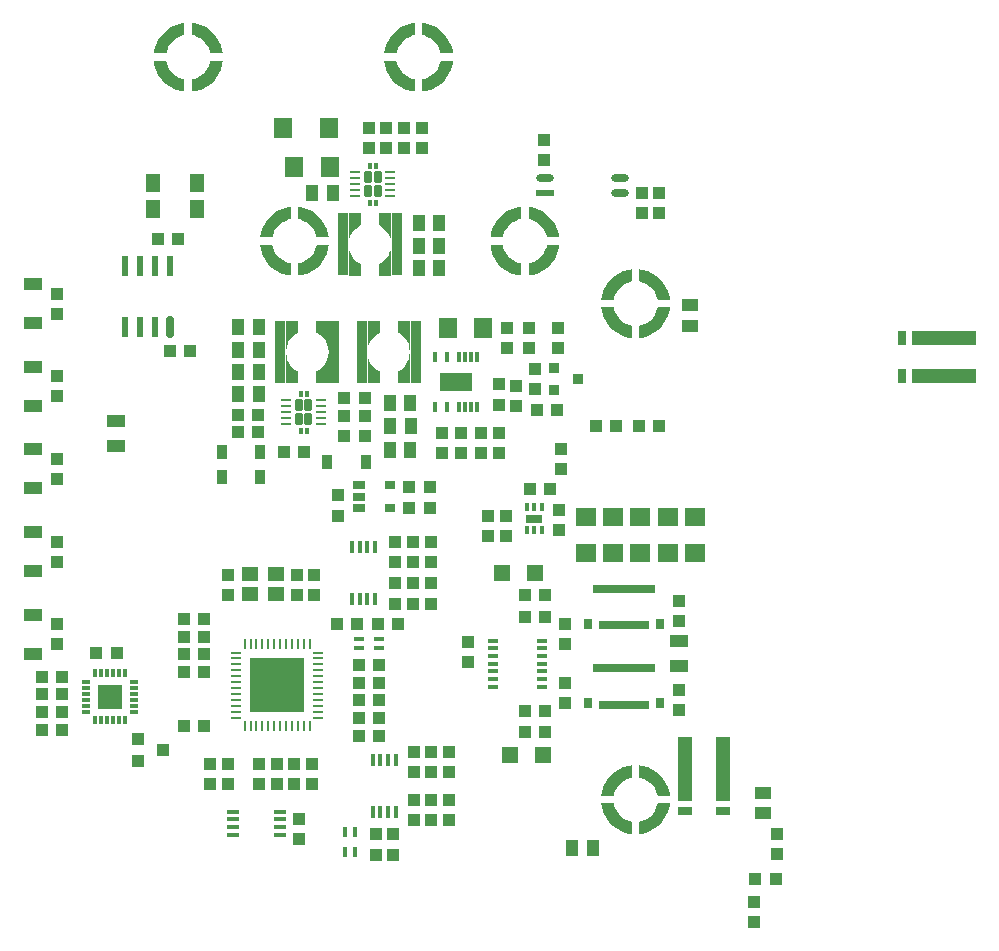
<source format=gbr>
%TF.GenerationSoftware,Altium Limited,Altium Designer,22.0.2 (36)*%
G04 Layer_Color=128*
%FSLAX45Y45*%
%MOMM*%
%TF.SameCoordinates,6C3A6253-EFF2-48E9-9C48-1F107FDFC152*%
%TF.FilePolarity,Positive*%
%TF.FileFunction,Paste,Bot*%
%TF.Part,Single*%
G01*
G75*
%TA.AperFunction,SMDPad,CuDef*%
G04:AMPARAMS|DCode=40|XSize=0.3mm|YSize=0.7mm|CornerRadius=0.045mm|HoleSize=0mm|Usage=FLASHONLY|Rotation=0.000|XOffset=0mm|YOffset=0mm|HoleType=Round|Shape=RoundedRectangle|*
%AMROUNDEDRECTD40*
21,1,0.30000,0.61000,0,0,0.0*
21,1,0.21000,0.70000,0,0,0.0*
1,1,0.09000,0.10500,-0.30500*
1,1,0.09000,-0.10500,-0.30500*
1,1,0.09000,-0.10500,0.30500*
1,1,0.09000,0.10500,0.30500*
%
%ADD40ROUNDEDRECTD40*%
%ADD41R,1.60000X1.10000*%
%ADD42R,0.95000X5.30000*%
%ADD43R,1.15000X1.55000*%
%ADD44R,0.40000X0.90000*%
G04:AMPARAMS|DCode=45|XSize=0.4mm|YSize=1.1mm|CornerRadius=0.1mm|HoleSize=0mm|Usage=FLASHONLY|Rotation=270.000|XOffset=0mm|YOffset=0mm|HoleType=Round|Shape=RoundedRectangle|*
%AMROUNDEDRECTD45*
21,1,0.40000,0.90000,0,0,270.0*
21,1,0.20000,1.10000,0,0,270.0*
1,1,0.20000,-0.45000,-0.10000*
1,1,0.20000,-0.45000,0.10000*
1,1,0.20000,0.45000,0.10000*
1,1,0.20000,0.45000,-0.10000*
%
%ADD45ROUNDEDRECTD45*%
%ADD46R,1.40000X1.40000*%
%ADD47R,0.90000X0.69000*%
%ADD48R,0.99000X0.69000*%
%ADD49R,0.95000X0.90000*%
%ADD50R,0.95000X0.90000*%
%ADD51R,1.00000X1.00000*%
%ADD52R,0.91000X1.22000*%
G04:AMPARAMS|DCode=53|XSize=0.6mm|YSize=1.8mm|CornerRadius=0.15mm|HoleSize=0mm|Usage=FLASHONLY|Rotation=0.000|XOffset=0mm|YOffset=0mm|HoleType=Round|Shape=RoundedRectangle|*
%AMROUNDEDRECTD53*
21,1,0.60000,1.50000,0,0,0.0*
21,1,0.30000,1.80000,0,0,0.0*
1,1,0.30000,0.15000,-0.75000*
1,1,0.30000,-0.15000,-0.75000*
1,1,0.30000,-0.15000,0.75000*
1,1,0.30000,0.15000,0.75000*
%
%ADD53ROUNDEDRECTD53*%
%ADD54R,0.60000X1.80000*%
%ADD55R,1.60000X1.70000*%
%ADD56R,1.50000X1.10000*%
G04:AMPARAMS|DCode=58|XSize=0.25mm|YSize=0.9mm|CornerRadius=0.0625mm|HoleSize=0mm|Usage=FLASHONLY|Rotation=270.000|XOffset=0mm|YOffset=0mm|HoleType=Round|Shape=RoundedRectangle|*
%AMROUNDEDRECTD58*
21,1,0.25000,0.77500,0,0,270.0*
21,1,0.12500,0.90000,0,0,270.0*
1,1,0.12500,-0.38750,-0.06250*
1,1,0.12500,-0.38750,0.06250*
1,1,0.12500,0.38750,0.06250*
1,1,0.12500,0.38750,-0.06250*
%
%ADD58ROUNDEDRECTD58*%
G04:AMPARAMS|DCode=59|XSize=0.25mm|YSize=0.9mm|CornerRadius=0.0625mm|HoleSize=0mm|Usage=FLASHONLY|Rotation=180.000|XOffset=0mm|YOffset=0mm|HoleType=Round|Shape=RoundedRectangle|*
%AMROUNDEDRECTD59*
21,1,0.25000,0.77500,0,0,180.0*
21,1,0.12500,0.90000,0,0,180.0*
1,1,0.12500,-0.06250,0.38750*
1,1,0.12500,0.06250,0.38750*
1,1,0.12500,0.06250,-0.38750*
1,1,0.12500,-0.06250,-0.38750*
%
%ADD59ROUNDEDRECTD59*%
%ADD61R,0.30000X0.75000*%
%ADD62R,0.75000X0.30000*%
G04:AMPARAMS|DCode=65|XSize=0.23mm|YSize=0.8mm|CornerRadius=0.046mm|HoleSize=0mm|Usage=FLASHONLY|Rotation=270.000|XOffset=0mm|YOffset=0mm|HoleType=Round|Shape=RoundedRectangle|*
%AMROUNDEDRECTD65*
21,1,0.23000,0.70800,0,0,270.0*
21,1,0.13800,0.80000,0,0,270.0*
1,1,0.09200,-0.35400,-0.06900*
1,1,0.09200,-0.35400,0.06900*
1,1,0.09200,0.35400,0.06900*
1,1,0.09200,0.35400,-0.06900*
%
%ADD65ROUNDEDRECTD65*%
%ADD66R,0.41000X1.02000*%
%ADD67R,2.80000X1.60000*%
%ADD68R,0.30000X0.90000*%
%ADD72R,1.52000X0.61000*%
%ADD73O,1.52000X0.61000*%
G04:AMPARAMS|DCode=74|XSize=0.8mm|YSize=0.4mm|CornerRadius=0.05mm|HoleSize=0mm|Usage=FLASHONLY|Rotation=0.000|XOffset=0mm|YOffset=0mm|HoleType=Round|Shape=RoundedRectangle|*
%AMROUNDEDRECTD74*
21,1,0.80000,0.30000,0,0,0.0*
21,1,0.70000,0.40000,0,0,0.0*
1,1,0.10000,0.35000,-0.15000*
1,1,0.10000,-0.35000,-0.15000*
1,1,0.10000,-0.35000,0.15000*
1,1,0.10000,0.35000,0.15000*
%
%ADD74ROUNDEDRECTD74*%
%ADD75R,1.80000X1.60000*%
%ADD76R,1.10000X1.40000*%
%ADD77R,1.10000X1.00000*%
%ADD78R,1.40000X1.20000*%
%ADD79R,1.30000X0.70000*%
%ADD80R,1.30000X5.40000*%
%ADD81R,1.00000X1.10000*%
%ADD82R,1.40000X1.10000*%
%ADD83R,0.70000X1.30000*%
%ADD84R,5.40000X1.30000*%
%ADD85R,1.60000X1.80000*%
%ADD86R,0.90000X0.40000*%
%TA.AperFunction,OtherPad,Pad U7-2 (31.15mm,65.525mm)*%
G04:AMPARAMS|DCode=164|XSize=1.05mm|YSize=0.68mm|CornerRadius=0.136mm|HoleSize=0mm|Usage=FLASHONLY|Rotation=90.000|XOffset=0mm|YOffset=0mm|HoleType=Round|Shape=RoundedRectangle|*
%AMROUNDEDRECTD164*
21,1,1.05000,0.40800,0,0,90.0*
21,1,0.77800,0.68000,0,0,90.0*
1,1,0.27200,0.20400,0.38900*
1,1,0.27200,0.20400,-0.38900*
1,1,0.27200,-0.20400,-0.38900*
1,1,0.27200,-0.20400,0.38900*
%
%ADD164ROUNDEDRECTD164*%
%TA.AperFunction,OtherPad,Pad U7-2 (31.15mm,66.675mm)*%
G04:AMPARAMS|DCode=165|XSize=1.05mm|YSize=0.68mm|CornerRadius=0.136mm|HoleSize=0mm|Usage=FLASHONLY|Rotation=270.000|XOffset=0mm|YOffset=0mm|HoleType=Round|Shape=RoundedRectangle|*
%AMROUNDEDRECTD165*
21,1,1.05000,0.40800,0,0,270.0*
21,1,0.77800,0.68000,0,0,270.0*
1,1,0.27200,-0.20400,-0.38900*
1,1,0.27200,-0.20400,0.38900*
1,1,0.27200,0.20400,0.38900*
1,1,0.27200,0.20400,-0.38900*
%
%ADD165ROUNDEDRECTD165*%
%TA.AperFunction,OtherPad,Pad U7-2 (30.35mm,66.675mm)*%
G04:AMPARAMS|DCode=166|XSize=1.05mm|YSize=0.68mm|CornerRadius=0.136mm|HoleSize=0mm|Usage=FLASHONLY|Rotation=270.000|XOffset=0mm|YOffset=0mm|HoleType=Round|Shape=RoundedRectangle|*
%AMROUNDEDRECTD166*
21,1,1.05000,0.40800,0,0,270.0*
21,1,0.77800,0.68000,0,0,270.0*
1,1,0.27200,-0.20400,-0.38900*
1,1,0.27200,-0.20400,0.38900*
1,1,0.27200,0.20400,0.38900*
1,1,0.27200,0.20400,-0.38900*
%
%ADD166ROUNDEDRECTD166*%
%TA.AperFunction,OtherPad,Pad U7-2 (30.35mm,65.525mm)*%
G04:AMPARAMS|DCode=167|XSize=1.05mm|YSize=0.68mm|CornerRadius=0.136mm|HoleSize=0mm|Usage=FLASHONLY|Rotation=90.000|XOffset=0mm|YOffset=0mm|HoleType=Round|Shape=RoundedRectangle|*
%AMROUNDEDRECTD167*
21,1,1.05000,0.40800,0,0,90.0*
21,1,0.77800,0.68000,0,0,90.0*
1,1,0.27200,0.20400,0.38900*
1,1,0.27200,0.20400,-0.38900*
1,1,0.27200,-0.20400,-0.38900*
1,1,0.27200,-0.20400,0.38900*
%
%ADD167ROUNDEDRECTD167*%
%TA.AperFunction,OtherPad,Pad U7-3 (31mm,64.55mm)*%
G04:AMPARAMS|DCode=168|XSize=0.5mm|YSize=0.26mm|CornerRadius=0.013mm|HoleSize=0mm|Usage=FLASHONLY|Rotation=90.000|XOffset=0mm|YOffset=0mm|HoleType=Round|Shape=RoundedRectangle|*
%AMROUNDEDRECTD168*
21,1,0.50000,0.23400,0,0,90.0*
21,1,0.47400,0.26000,0,0,90.0*
1,1,0.02600,0.11700,0.23700*
1,1,0.02600,0.11700,-0.23700*
1,1,0.02600,-0.11700,-0.23700*
1,1,0.02600,-0.11700,0.23700*
%
%ADD168ROUNDEDRECTD168*%
%TA.AperFunction,OtherPad,Pad U7-4 (30.5mm,64.55mm)*%
G04:AMPARAMS|DCode=169|XSize=0.5mm|YSize=0.26mm|CornerRadius=0.013mm|HoleSize=0mm|Usage=FLASHONLY|Rotation=90.000|XOffset=0mm|YOffset=0mm|HoleType=Round|Shape=RoundedRectangle|*
%AMROUNDEDRECTD169*
21,1,0.50000,0.23400,0,0,90.0*
21,1,0.47400,0.26000,0,0,90.0*
1,1,0.02600,0.11700,0.23700*
1,1,0.02600,0.11700,-0.23700*
1,1,0.02600,-0.11700,-0.23700*
1,1,0.02600,-0.11700,0.23700*
%
%ADD169ROUNDEDRECTD169*%
%TA.AperFunction,OtherPad,Pad U7-4 (30.5mm,67.65mm)*%
G04:AMPARAMS|DCode=170|XSize=0.5mm|YSize=0.26mm|CornerRadius=0.013mm|HoleSize=0mm|Usage=FLASHONLY|Rotation=270.000|XOffset=0mm|YOffset=0mm|HoleType=Round|Shape=RoundedRectangle|*
%AMROUNDEDRECTD170*
21,1,0.50000,0.23400,0,0,270.0*
21,1,0.47400,0.26000,0,0,270.0*
1,1,0.02600,-0.11700,-0.23700*
1,1,0.02600,-0.11700,0.23700*
1,1,0.02600,0.11700,0.23700*
1,1,0.02600,0.11700,-0.23700*
%
%ADD170ROUNDEDRECTD170*%
%TA.AperFunction,OtherPad,Pad U7-3 (31mm,67.65mm)*%
G04:AMPARAMS|DCode=171|XSize=0.5mm|YSize=0.26mm|CornerRadius=0.013mm|HoleSize=0mm|Usage=FLASHONLY|Rotation=270.000|XOffset=0mm|YOffset=0mm|HoleType=Round|Shape=RoundedRectangle|*
%AMROUNDEDRECTD171*
21,1,0.50000,0.23400,0,0,270.0*
21,1,0.47400,0.26000,0,0,270.0*
1,1,0.02600,-0.11700,-0.23700*
1,1,0.02600,-0.11700,0.23700*
1,1,0.02600,0.11700,0.23700*
1,1,0.02600,0.11700,-0.23700*
%
%ADD171ROUNDEDRECTD171*%
%TA.AperFunction,OtherPad,Pad U9-2 (24.5mm,47.375mm)*%
G04:AMPARAMS|DCode=172|XSize=1.05mm|YSize=0.68mm|CornerRadius=0.136mm|HoleSize=0mm|Usage=FLASHONLY|Rotation=270.000|XOffset=0mm|YOffset=0mm|HoleType=Round|Shape=RoundedRectangle|*
%AMROUNDEDRECTD172*
21,1,1.05000,0.40800,0,0,270.0*
21,1,0.77800,0.68000,0,0,270.0*
1,1,0.27200,-0.20400,-0.38900*
1,1,0.27200,-0.20400,0.38900*
1,1,0.27200,0.20400,0.38900*
1,1,0.27200,0.20400,-0.38900*
%
%ADD172ROUNDEDRECTD172*%
%TA.AperFunction,OtherPad,Pad U9-2 (24.5mm,46.225mm)*%
G04:AMPARAMS|DCode=173|XSize=1.05mm|YSize=0.68mm|CornerRadius=0.136mm|HoleSize=0mm|Usage=FLASHONLY|Rotation=90.000|XOffset=0mm|YOffset=0mm|HoleType=Round|Shape=RoundedRectangle|*
%AMROUNDEDRECTD173*
21,1,1.05000,0.40800,0,0,90.0*
21,1,0.77800,0.68000,0,0,90.0*
1,1,0.27200,0.20400,0.38900*
1,1,0.27200,0.20400,-0.38900*
1,1,0.27200,-0.20400,-0.38900*
1,1,0.27200,-0.20400,0.38900*
%
%ADD173ROUNDEDRECTD173*%
%TA.AperFunction,OtherPad,Pad U9-2 (25.3mm,46.225mm)*%
G04:AMPARAMS|DCode=174|XSize=1.05mm|YSize=0.68mm|CornerRadius=0.136mm|HoleSize=0mm|Usage=FLASHONLY|Rotation=90.000|XOffset=0mm|YOffset=0mm|HoleType=Round|Shape=RoundedRectangle|*
%AMROUNDEDRECTD174*
21,1,1.05000,0.40800,0,0,90.0*
21,1,0.77800,0.68000,0,0,90.0*
1,1,0.27200,0.20400,0.38900*
1,1,0.27200,0.20400,-0.38900*
1,1,0.27200,-0.20400,-0.38900*
1,1,0.27200,-0.20400,0.38900*
%
%ADD174ROUNDEDRECTD174*%
%TA.AperFunction,OtherPad,Pad U9-2 (25.3mm,47.375mm)*%
G04:AMPARAMS|DCode=175|XSize=1.05mm|YSize=0.68mm|CornerRadius=0.136mm|HoleSize=0mm|Usage=FLASHONLY|Rotation=270.000|XOffset=0mm|YOffset=0mm|HoleType=Round|Shape=RoundedRectangle|*
%AMROUNDEDRECTD175*
21,1,1.05000,0.40800,0,0,270.0*
21,1,0.77800,0.68000,0,0,270.0*
1,1,0.27200,-0.20400,-0.38900*
1,1,0.27200,-0.20400,0.38900*
1,1,0.27200,0.20400,0.38900*
1,1,0.27200,0.20400,-0.38900*
%
%ADD175ROUNDEDRECTD175*%
%TA.AperFunction,OtherPad,Pad U9-3 (24.65mm,48.35mm)*%
G04:AMPARAMS|DCode=176|XSize=0.5mm|YSize=0.26mm|CornerRadius=0.013mm|HoleSize=0mm|Usage=FLASHONLY|Rotation=270.000|XOffset=0mm|YOffset=0mm|HoleType=Round|Shape=RoundedRectangle|*
%AMROUNDEDRECTD176*
21,1,0.50000,0.23400,0,0,270.0*
21,1,0.47400,0.26000,0,0,270.0*
1,1,0.02600,-0.11700,-0.23700*
1,1,0.02600,-0.11700,0.23700*
1,1,0.02600,0.11700,0.23700*
1,1,0.02600,0.11700,-0.23700*
%
%ADD176ROUNDEDRECTD176*%
%TA.AperFunction,OtherPad,Pad U9-4 (25.15mm,48.35mm)*%
G04:AMPARAMS|DCode=177|XSize=0.5mm|YSize=0.26mm|CornerRadius=0.013mm|HoleSize=0mm|Usage=FLASHONLY|Rotation=270.000|XOffset=0mm|YOffset=0mm|HoleType=Round|Shape=RoundedRectangle|*
%AMROUNDEDRECTD177*
21,1,0.50000,0.23400,0,0,270.0*
21,1,0.47400,0.26000,0,0,270.0*
1,1,0.02600,-0.11700,-0.23700*
1,1,0.02600,-0.11700,0.23700*
1,1,0.02600,0.11700,0.23700*
1,1,0.02600,0.11700,-0.23700*
%
%ADD177ROUNDEDRECTD177*%
%TA.AperFunction,OtherPad,Pad U9-4 (25.15mm,45.25mm)*%
G04:AMPARAMS|DCode=178|XSize=0.5mm|YSize=0.26mm|CornerRadius=0.013mm|HoleSize=0mm|Usage=FLASHONLY|Rotation=90.000|XOffset=0mm|YOffset=0mm|HoleType=Round|Shape=RoundedRectangle|*
%AMROUNDEDRECTD178*
21,1,0.50000,0.23400,0,0,90.0*
21,1,0.47400,0.26000,0,0,90.0*
1,1,0.02600,0.11700,0.23700*
1,1,0.02600,0.11700,-0.23700*
1,1,0.02600,-0.11700,-0.23700*
1,1,0.02600,-0.11700,0.23700*
%
%ADD178ROUNDEDRECTD178*%
%TA.AperFunction,OtherPad,Pad U9-3 (24.65mm,45.25mm)*%
G04:AMPARAMS|DCode=179|XSize=0.5mm|YSize=0.26mm|CornerRadius=0.013mm|HoleSize=0mm|Usage=FLASHONLY|Rotation=90.000|XOffset=0mm|YOffset=0mm|HoleType=Round|Shape=RoundedRectangle|*
%AMROUNDEDRECTD179*
21,1,0.50000,0.23400,0,0,90.0*
21,1,0.47400,0.26000,0,0,90.0*
1,1,0.02600,0.11700,0.23700*
1,1,0.02600,0.11700,-0.23700*
1,1,0.02600,-0.11700,-0.23700*
1,1,0.02600,-0.11700,0.23700*
%
%ADD179ROUNDEDRECTD179*%
%TA.AperFunction,NonConductor*%
%ADD180R,2.00000X2.00000*%
%TA.AperFunction,SMDPad,CuDef*%
G04:AMPARAMS|DCode=181|XSize=1.4mm|YSize=0.69mm|CornerRadius=0mm|HoleSize=0mm|Usage=FLASHONLY|Rotation=0.000|XOffset=0mm|YOffset=0mm|HoleType=Round|Shape=RoundedRectangle|*
%AMROUNDEDRECTD181*
21,1,1.40000,0.69000,0,0,0.0*
21,1,1.40000,0.69000,0,0,0.0*
1,1,0.00000,0.70000,-0.34500*
1,1,0.00000,-0.70000,-0.34500*
1,1,0.00000,-0.70000,0.34500*
1,1,0.00000,0.70000,0.34500*
%
%ADD181ROUNDEDRECTD181*%
%ADD182R,4.60000X4.60000*%
%ADD183R,5.30000X0.65000*%
%ADD184R,4.20000X0.65000*%
%ADD185R,0.65000X0.95000*%
G36*
X3519529Y7973450D02*
X3566917Y7959824D01*
X3611350Y7938444D01*
X3651570Y7909917D01*
X3686436Y7875051D01*
X3714963Y7834831D01*
X3736343Y7790398D01*
X3749969Y7743010D01*
X3752713Y7718509D01*
X3649721D01*
Y7718543D01*
X3646679Y7732786D01*
X3637373Y7760367D01*
X3623963Y7786202D01*
X3606763Y7809686D01*
X3586179Y7830267D01*
X3562692Y7847462D01*
X3536854Y7860867D01*
X3509272Y7870169D01*
X3495028Y7873209D01*
Y7976194D01*
X3519529Y7973450D01*
D02*
G37*
G36*
X3430028Y7873202D02*
X3429994D01*
X3415750Y7870160D01*
X3388170Y7860854D01*
X3362334Y7847444D01*
X3338850Y7830244D01*
X3318269Y7809660D01*
X3301074Y7786173D01*
X3287669Y7760335D01*
X3278368Y7732753D01*
X3275328Y7718509D01*
X3172342D01*
X3175086Y7743010D01*
X3188713Y7790398D01*
X3210092Y7834831D01*
X3238619Y7875051D01*
X3273486Y7909917D01*
X3313705Y7938444D01*
X3358138Y7959824D01*
X3405526Y7973450D01*
X3430027Y7976194D01*
X3430028Y7873202D01*
D02*
G37*
G36*
X1569529Y7973450D02*
X1616917Y7959823D01*
X1661350Y7938444D01*
X1701569Y7909917D01*
X1736436Y7875050D01*
X1764963Y7834831D01*
X1786342Y7790398D01*
X1799969Y7743010D01*
X1802713Y7718509D01*
X1699721D01*
Y7718542D01*
X1696679Y7732786D01*
X1687373Y7760366D01*
X1673962Y7786202D01*
X1656763Y7809686D01*
X1636178Y7830267D01*
X1612691Y7847462D01*
X1586854Y7860867D01*
X1559271Y7870168D01*
X1545028Y7873208D01*
Y7976194D01*
X1569529Y7973450D01*
D02*
G37*
G36*
X1480028Y7873202D02*
X1479993D01*
X1465750Y7870160D01*
X1438169Y7860853D01*
X1412334Y7847443D01*
X1388850Y7830244D01*
X1368269Y7809659D01*
X1351074Y7786172D01*
X1337669Y7760335D01*
X1328367Y7732752D01*
X1325328Y7718509D01*
X1222342D01*
X1225086Y7743010D01*
X1238713Y7790398D01*
X1260092Y7834831D01*
X1288619Y7875050D01*
X1323486Y7909917D01*
X1363705Y7938444D01*
X1408138Y7959823D01*
X1455526Y7973450D01*
X1480027Y7976194D01*
X1480028Y7873202D01*
D02*
G37*
G36*
X3752713Y7653508D02*
X3749969Y7629007D01*
X3736343Y7581619D01*
X3714963Y7537186D01*
X3686436Y7496967D01*
X3651570Y7462100D01*
X3611350Y7433573D01*
X3566917Y7412194D01*
X3519529Y7398567D01*
X3495028Y7395823D01*
Y7498815D01*
X3495062D01*
Y7498815D01*
X3509305Y7501857D01*
X3536886Y7511164D01*
X3562721Y7524574D01*
X3586205Y7541773D01*
X3606786Y7562358D01*
X3623981Y7585845D01*
X3637386Y7611682D01*
X3646688Y7639265D01*
X3649728Y7653509D01*
X3752713D01*
Y7653508D01*
D02*
G37*
G36*
X1802713Y7653508D02*
X1799969Y7629007D01*
X1786342Y7581619D01*
X1764963Y7537186D01*
X1736436Y7496966D01*
X1701569Y7462100D01*
X1661350Y7433573D01*
X1616917Y7412193D01*
X1569529Y7398567D01*
X1545028Y7395823D01*
Y7498815D01*
X1545061D01*
Y7498815D01*
X1559305Y7501857D01*
X1586886Y7511163D01*
X1612721Y7524573D01*
X1636205Y7541773D01*
X1656786Y7562357D01*
X1673981Y7585844D01*
X1687386Y7611682D01*
X1696687Y7639264D01*
X1699727Y7653508D01*
X1802713D01*
Y7653508D01*
D02*
G37*
G36*
X3275334Y7653475D02*
X3275334Y7653475D01*
X3278376Y7639231D01*
X3287683Y7611651D01*
X3301093Y7585815D01*
X3318292Y7562331D01*
X3338877Y7541750D01*
X3362364Y7524555D01*
X3388201Y7511150D01*
X3415784Y7501849D01*
X3430028Y7498809D01*
Y7395823D01*
X3430027Y7395823D01*
X3405526Y7398567D01*
X3358138Y7412194D01*
X3313705Y7433573D01*
X3273486Y7462100D01*
X3238619Y7496967D01*
X3210092Y7537186D01*
X3188713Y7581619D01*
X3175086Y7629007D01*
X3172342Y7653508D01*
X3275334Y7653509D01*
Y7653475D01*
D02*
G37*
G36*
X1325334Y7653475D02*
X1325334Y7653474D01*
X1328376Y7639231D01*
X1337682Y7611650D01*
X1351093Y7585815D01*
X1368292Y7562331D01*
X1388877Y7541750D01*
X1412363Y7524555D01*
X1438201Y7511150D01*
X1465783Y7501848D01*
X1480028Y7498809D01*
Y7395823D01*
X1480027Y7395823D01*
X1455526Y7398567D01*
X1408138Y7412193D01*
X1363705Y7433573D01*
X1323486Y7462100D01*
X1288619Y7496966D01*
X1260092Y7537186D01*
X1238713Y7581619D01*
X1225086Y7629007D01*
X1222342Y7653508D01*
X1325334Y7653508D01*
Y7653475D01*
D02*
G37*
G36*
X4418969Y6415574D02*
X4466357Y6401948D01*
X4510790Y6380568D01*
X4551009Y6352041D01*
X4585876Y6317175D01*
X4614403Y6276956D01*
X4635782Y6232523D01*
X4649409Y6185134D01*
X4652153Y6160633D01*
X4549161D01*
Y6160667D01*
X4546119Y6174910D01*
X4536812Y6202491D01*
X4523402Y6228326D01*
X4506203Y6251810D01*
X4485618Y6272391D01*
X4462131Y6289586D01*
X4436294Y6302991D01*
X4408711Y6312293D01*
X4394467Y6315333D01*
Y6418319D01*
X4418969Y6415574D01*
D02*
G37*
G36*
X4329467Y6315327D02*
X4329433D01*
X4315190Y6312285D01*
X4287609Y6302978D01*
X4261774Y6289568D01*
X4238290Y6272368D01*
X4217709Y6251784D01*
X4200514Y6228297D01*
X4187109Y6202459D01*
X4177807Y6174877D01*
X4174768Y6160633D01*
X4071782D01*
X4074526Y6185134D01*
X4088152Y6232523D01*
X4109532Y6276956D01*
X4138059Y6317175D01*
X4172925Y6352041D01*
X4213144Y6380568D01*
X4257577Y6401948D01*
X4304966Y6415574D01*
X4329467Y6418319D01*
X4329467Y6315327D01*
D02*
G37*
G36*
X2468968Y6415574D02*
X2516357Y6401948D01*
X2560790Y6380568D01*
X2601009Y6352041D01*
X2635876Y6317175D01*
X2664402Y6276956D01*
X2685782Y6232523D01*
X2699409Y6185134D01*
X2702153Y6160633D01*
X2599161D01*
Y6160667D01*
X2596119Y6174910D01*
X2586812Y6202491D01*
X2573402Y6228326D01*
X2556203Y6251810D01*
X2535618Y6272391D01*
X2512131Y6289586D01*
X2486293Y6302991D01*
X2458711Y6312293D01*
X2444467Y6315333D01*
Y6418319D01*
X2468968Y6415574D01*
D02*
G37*
G36*
X2379467Y6315327D02*
X2379433D01*
X2365190Y6312285D01*
X2337609Y6302978D01*
X2311774Y6289568D01*
X2288290Y6272368D01*
X2267709Y6251784D01*
X2250514Y6228297D01*
X2237109Y6202459D01*
X2227807Y6174877D01*
X2224767Y6160633D01*
X2121781D01*
X2124526Y6185134D01*
X2138152Y6232523D01*
X2159532Y6276956D01*
X2188059Y6317175D01*
X2222925Y6352041D01*
X2263144Y6380568D01*
X2307577Y6401948D01*
X2354966Y6415574D01*
X2379467Y6418319D01*
X2379467Y6315327D01*
D02*
G37*
G36*
X3230000Y6100000D02*
X3225000Y6145000D01*
X3220000Y6165000D01*
X3205000Y6195000D01*
X3195000Y6210000D01*
X3170000Y6235000D01*
X3150000Y6250000D01*
X3125000Y6265000D01*
Y6365000D01*
X3230000D01*
Y6100000D01*
D02*
G37*
G36*
X2975000Y6265000D02*
X2950000Y6250000D01*
X2930000Y6235000D01*
X2915000Y6220000D01*
X2900000Y6200000D01*
X2885000Y6170000D01*
X2880000Y6160000D01*
X2875000Y6140000D01*
X2870000Y6100000D01*
Y6365000D01*
X2975000D01*
Y6265000D01*
D02*
G37*
G36*
X4652153Y6095633D02*
X4649409Y6071132D01*
X4635782Y6023743D01*
X4614403Y5979310D01*
X4585876Y5939091D01*
X4551009Y5904224D01*
X4510790Y5875698D01*
X4466357Y5854318D01*
X4418969Y5840691D01*
X4394467Y5837947D01*
Y5940939D01*
X4394501D01*
Y5940939D01*
X4408745Y5943981D01*
X4436325Y5953288D01*
X4462161Y5966698D01*
X4485645Y5983897D01*
X4506225Y6004482D01*
X4523420Y6027969D01*
X4536826Y6053807D01*
X4546127Y6081389D01*
X4549167Y6095633D01*
X4652153D01*
Y6095633D01*
D02*
G37*
G36*
X2702153D02*
X2699409Y6071132D01*
X2685782Y6023743D01*
X2664402Y5979310D01*
X2635876Y5939091D01*
X2601009Y5904224D01*
X2560790Y5875698D01*
X2516357Y5854318D01*
X2468968Y5840691D01*
X2444467Y5837947D01*
Y5940939D01*
X2444501D01*
Y5940939D01*
X2458745Y5943981D01*
X2486325Y5953288D01*
X2512161Y5966698D01*
X2535644Y5983897D01*
X2556225Y6004482D01*
X2573420Y6027969D01*
X2586826Y6053807D01*
X2596127Y6081389D01*
X2599167Y6095633D01*
X2702153D01*
Y6095633D01*
D02*
G37*
G36*
X4174774Y6095599D02*
X4174773Y6095599D01*
X4177816Y6081355D01*
X4187122Y6053775D01*
X4200532Y6027939D01*
X4217732Y6004456D01*
X4238316Y5983875D01*
X4261803Y5966680D01*
X4287641Y5953274D01*
X4315223Y5943973D01*
X4329467Y5940933D01*
Y5837947D01*
X4329467Y5837947D01*
X4304966Y5840691D01*
X4257577Y5854318D01*
X4213144Y5875698D01*
X4172925Y5904224D01*
X4138059Y5939091D01*
X4109532Y5979310D01*
X4088152Y6023743D01*
X4074526Y6071132D01*
X4071782Y6095633D01*
X4174774Y6095633D01*
Y6095599D01*
D02*
G37*
G36*
X2224774D02*
X2224773Y6095599D01*
X2227815Y6081355D01*
X2237122Y6053775D01*
X2250532Y6027939D01*
X2267732Y6004456D01*
X2288316Y5983875D01*
X2311803Y5966680D01*
X2337641Y5953274D01*
X2365223Y5943973D01*
X2379467Y5940933D01*
Y5837947D01*
X2379467Y5837947D01*
X2354966Y5840691D01*
X2307577Y5854318D01*
X2263144Y5875698D01*
X2222925Y5904224D01*
X2188059Y5939091D01*
X2159532Y5979310D01*
X2138152Y6023743D01*
X2124526Y6071132D01*
X2121781Y6095633D01*
X2224774Y6095633D01*
Y6095599D01*
D02*
G37*
G36*
X3230000Y5835000D02*
X3125000D01*
Y5935000D01*
X3145000Y5945000D01*
X3160000Y5955000D01*
X3195000Y5990000D01*
X3210000Y6015000D01*
X3215000Y6025000D01*
X3225000Y6055000D01*
X3230000Y6100000D01*
Y5835000D01*
D02*
G37*
G36*
X2875000Y6055000D02*
X2880000Y6035000D01*
X2895000Y6005000D01*
X2910000Y5985000D01*
X2940000Y5955000D01*
X2965000Y5940000D01*
X2975000Y5935000D01*
Y5835000D01*
X2870000D01*
Y6100000D01*
X2875000Y6055000D01*
D02*
G37*
G36*
X5357001Y5887442D02*
X5404390Y5873815D01*
X5448823Y5852435D01*
X5489042Y5823909D01*
X5523909Y5789042D01*
X5552435Y5748823D01*
X5573815Y5704390D01*
X5587442Y5657001D01*
X5590186Y5632500D01*
X5487194D01*
Y5632534D01*
X5484152Y5646778D01*
X5474845Y5674358D01*
X5461435Y5700194D01*
X5444236Y5723677D01*
X5423651Y5744258D01*
X5400164Y5761453D01*
X5374327Y5774859D01*
X5346744Y5784160D01*
X5332500Y5787200D01*
Y5890186D01*
X5357001Y5887442D01*
D02*
G37*
G36*
X5267500Y5787194D02*
X5267466D01*
X5253223Y5784152D01*
X5225642Y5774845D01*
X5199807Y5761435D01*
X5176323Y5744236D01*
X5155742Y5723651D01*
X5138547Y5700164D01*
X5125142Y5674326D01*
X5115840Y5646744D01*
X5112801Y5632500D01*
X5009814D01*
X5012559Y5657001D01*
X5026185Y5704390D01*
X5047565Y5748823D01*
X5076092Y5789042D01*
X5110958Y5823909D01*
X5151177Y5852435D01*
X5195610Y5873815D01*
X5242999Y5887442D01*
X5267500Y5890186D01*
X5267500Y5787194D01*
D02*
G37*
G36*
X5590186Y5567500D02*
X5587442Y5542999D01*
X5573815Y5495610D01*
X5552435Y5451177D01*
X5523909Y5410958D01*
X5489042Y5376092D01*
X5448823Y5347565D01*
X5404390Y5326185D01*
X5357001Y5312559D01*
X5332500Y5309814D01*
Y5412807D01*
X5332534D01*
Y5412806D01*
X5346778Y5415848D01*
X5374358Y5425155D01*
X5400194Y5438565D01*
X5423677Y5455765D01*
X5444258Y5476349D01*
X5461453Y5499836D01*
X5474859Y5525674D01*
X5484160Y5553256D01*
X5487200Y5567500D01*
X5590186D01*
Y5567500D01*
D02*
G37*
G36*
X5112807Y5567466D02*
X5112806Y5567466D01*
X5115849Y5553223D01*
X5125155Y5525642D01*
X5138565Y5499807D01*
X5155765Y5476323D01*
X5176349Y5455742D01*
X5199836Y5438547D01*
X5225674Y5425142D01*
X5253256Y5415840D01*
X5267500Y5412800D01*
Y5309815D01*
X5267500Y5309814D01*
X5242999Y5312559D01*
X5195610Y5326185D01*
X5151177Y5347565D01*
X5110958Y5376092D01*
X5076092Y5410958D01*
X5047565Y5451177D01*
X5026185Y5495610D01*
X5012559Y5542999D01*
X5009814Y5567500D01*
X5112807Y5567500D01*
Y5567466D01*
D02*
G37*
G36*
X3390001Y5190000D02*
X3385001Y5235000D01*
X3380001Y5255000D01*
X3365001Y5285000D01*
X3350001Y5305000D01*
X3320001Y5335000D01*
X3295001Y5350000D01*
X3285001Y5355000D01*
Y5455000D01*
X3390001D01*
Y5190000D01*
D02*
G37*
G36*
X3135001Y5355000D02*
X3115001Y5345000D01*
X3100001Y5335000D01*
X3065001Y5300000D01*
X3050001Y5275000D01*
X3045001Y5265000D01*
X3035001Y5235000D01*
X3030001Y5190000D01*
Y5455000D01*
X3135001D01*
Y5355000D01*
D02*
G37*
G36*
X2700000Y5190000D02*
X2695000Y5235000D01*
X2690000Y5255000D01*
X2675000Y5285000D01*
X2660001Y5305000D01*
X2630001Y5335000D01*
X2605001Y5350000D01*
X2595001Y5355000D01*
Y5455000D01*
X2700000D01*
Y5190000D01*
D02*
G37*
G36*
X2445000Y5355000D02*
X2425000Y5345000D01*
X2410001Y5335000D01*
X2375001Y5300000D01*
X2360001Y5275000D01*
X2355001Y5265000D01*
X2345001Y5235000D01*
X2340001Y5190000D01*
Y5455000D01*
X2445000D01*
Y5355000D01*
D02*
G37*
G36*
X3390001Y4925000D02*
X3285001D01*
Y5025000D01*
X3310001Y5040000D01*
X3330001Y5055000D01*
X3345001Y5070000D01*
X3360001Y5090000D01*
X3375001Y5120000D01*
X3380001Y5130000D01*
X3385001Y5150000D01*
X3390001Y5190000D01*
Y4925000D01*
D02*
G37*
G36*
X3035001Y5145000D02*
X3040001Y5125000D01*
X3055001Y5095000D01*
X3065001Y5080000D01*
X3090001Y5055000D01*
X3110001Y5040000D01*
X3135001Y5025000D01*
Y4925000D01*
X3030001D01*
Y5190000D01*
X3035001Y5145000D01*
D02*
G37*
G36*
X2700000Y4925000D02*
X2595001D01*
Y5025000D01*
X2620001Y5040000D01*
X2640001Y5055000D01*
X2655001Y5070000D01*
X2670001Y5090000D01*
X2685000Y5120000D01*
X2690000Y5130000D01*
X2695000Y5150000D01*
X2700000Y5190000D01*
Y4925000D01*
D02*
G37*
G36*
X2345001Y5145000D02*
X2350001Y5125000D01*
X2365001Y5095000D01*
X2375001Y5080000D01*
X2400001Y5055000D01*
X2420000Y5040000D01*
X2445000Y5025000D01*
Y4925000D01*
X2340001D01*
Y5190000D01*
X2345001Y5145000D01*
D02*
G37*
G36*
X5357001Y1687441D02*
X5404390Y1673815D01*
X5448823Y1652435D01*
X5489042Y1623908D01*
X5523909Y1589042D01*
X5552435Y1548823D01*
X5573815Y1504390D01*
X5587442Y1457001D01*
X5590186Y1432500D01*
X5487194D01*
Y1432534D01*
X5484152Y1446777D01*
X5474845Y1474358D01*
X5461435Y1500193D01*
X5444236Y1523677D01*
X5423651Y1544258D01*
X5400164Y1561453D01*
X5374327Y1574858D01*
X5346744Y1584160D01*
X5332500Y1587200D01*
Y1690186D01*
X5357001Y1687441D01*
D02*
G37*
G36*
X5267500Y1587194D02*
X5267466D01*
X5253223Y1584152D01*
X5225642Y1574845D01*
X5199807Y1561435D01*
X5176323Y1544235D01*
X5155742Y1523651D01*
X5138547Y1500164D01*
X5125142Y1474326D01*
X5115840Y1446744D01*
X5112801Y1432500D01*
X5009814D01*
X5012559Y1457001D01*
X5026185Y1504390D01*
X5047565Y1548823D01*
X5076092Y1589042D01*
X5110958Y1623908D01*
X5151177Y1652435D01*
X5195610Y1673815D01*
X5242999Y1687441D01*
X5267500Y1690186D01*
X5267500Y1587194D01*
D02*
G37*
G36*
X5590186Y1367500D02*
X5587442Y1342999D01*
X5573815Y1295610D01*
X5552435Y1251177D01*
X5523909Y1210958D01*
X5489042Y1176091D01*
X5448823Y1147565D01*
X5404390Y1126185D01*
X5357001Y1112558D01*
X5332500Y1109814D01*
Y1212806D01*
X5332534D01*
Y1212806D01*
X5346778Y1215848D01*
X5374358Y1225155D01*
X5400194Y1238565D01*
X5423677Y1255764D01*
X5444258Y1276349D01*
X5461453Y1299836D01*
X5474859Y1325673D01*
X5484160Y1353256D01*
X5487200Y1367500D01*
X5590186D01*
Y1367500D01*
D02*
G37*
G36*
X5112807Y1367466D02*
X5112806Y1367466D01*
X5115849Y1353222D01*
X5125155Y1325642D01*
X5138565Y1299806D01*
X5155765Y1276323D01*
X5176349Y1255742D01*
X5199836Y1238547D01*
X5225674Y1225141D01*
X5253256Y1215840D01*
X5267500Y1212800D01*
Y1109814D01*
X5267500Y1109814D01*
X5242999Y1112558D01*
X5195610Y1126185D01*
X5151177Y1147565D01*
X5110958Y1176091D01*
X5076092Y1210958D01*
X5047565Y1251177D01*
X5026185Y1295610D01*
X5012559Y1342999D01*
X5009814Y1367500D01*
X5112807Y1367500D01*
Y1367466D01*
D02*
G37*
D40*
X4378001Y3879500D02*
D03*
X4443001D02*
D03*
X4508001D02*
D03*
X4378001Y3680500D02*
D03*
X4443001D02*
D03*
X4508001D02*
D03*
D41*
X200000Y5435000D02*
D03*
Y5765000D02*
D03*
Y4735000D02*
D03*
Y5065000D02*
D03*
Y3335000D02*
D03*
Y3665000D02*
D03*
Y2635000D02*
D03*
Y2965000D02*
D03*
Y4035000D02*
D03*
Y4365000D02*
D03*
D42*
X3277500Y6100000D02*
D03*
X2822500D02*
D03*
X2292501Y5190000D02*
D03*
X2747500D02*
D03*
X3437501Y5190000D02*
D03*
X2982501D02*
D03*
D43*
X1217500Y6622500D02*
D03*
X1582500D02*
D03*
Y6397500D02*
D03*
X1217500D02*
D03*
D44*
X2920001Y960000D02*
D03*
Y1130000D02*
D03*
X2840001D02*
D03*
Y960000D02*
D03*
D45*
X1890000Y1102500D02*
D03*
Y1167500D02*
D03*
Y1232500D02*
D03*
Y1297500D02*
D03*
X2290000Y1102500D02*
D03*
Y1167500D02*
D03*
Y1232500D02*
D03*
Y1297500D02*
D03*
D46*
X4170000Y3320000D02*
D03*
X4450000D02*
D03*
X4240000Y1780000D02*
D03*
X4520000D02*
D03*
D47*
X3219501Y3870000D02*
D03*
Y4060001D02*
D03*
D48*
X2960501Y3870000D02*
D03*
Y3965000D02*
D03*
Y4060001D02*
D03*
D49*
X4610000Y4865000D02*
D03*
X4810000Y4960000D02*
D03*
D50*
X4610000Y5055000D02*
D03*
D51*
X1295000Y1820000D02*
D03*
X1085000Y1915000D02*
D03*
Y1725000D02*
D03*
D52*
X1796500Y4130000D02*
D03*
X2123500D02*
D03*
X1796500Y4340000D02*
D03*
X2123500D02*
D03*
X3013500Y4260000D02*
D03*
X2686500D02*
D03*
D53*
X1354000Y5400000D02*
D03*
D54*
X1227000D02*
D03*
X1100000D02*
D03*
X973000D02*
D03*
Y5920000D02*
D03*
X1100000D02*
D03*
X1227000D02*
D03*
X1354000D02*
D03*
D55*
X2313000Y7090000D02*
D03*
X2707000D02*
D03*
D56*
X5670000Y2745000D02*
D03*
Y2535000D02*
D03*
X900000Y4605000D02*
D03*
Y4395000D02*
D03*
D58*
X1920000Y2645000D02*
D03*
Y2595000D02*
D03*
Y2545000D02*
D03*
Y2495000D02*
D03*
Y2445000D02*
D03*
Y2395000D02*
D03*
Y2345000D02*
D03*
Y2295000D02*
D03*
Y2245000D02*
D03*
Y2195000D02*
D03*
Y2145000D02*
D03*
Y2095000D02*
D03*
X2610000D02*
D03*
Y2145000D02*
D03*
Y2195000D02*
D03*
Y2245000D02*
D03*
Y2295000D02*
D03*
Y2345000D02*
D03*
Y2395000D02*
D03*
Y2445000D02*
D03*
Y2495000D02*
D03*
Y2545000D02*
D03*
Y2595000D02*
D03*
Y2645000D02*
D03*
D59*
X1990001Y2020000D02*
D03*
X2040000D02*
D03*
X2090000D02*
D03*
X2140001D02*
D03*
X2190000D02*
D03*
X2240001D02*
D03*
X2290001D02*
D03*
X2340000D02*
D03*
X2390001D02*
D03*
X2440000D02*
D03*
X2490000D02*
D03*
X2540001D02*
D03*
Y2720000D02*
D03*
X2490000D02*
D03*
X2440000D02*
D03*
X2390001D02*
D03*
X2340000D02*
D03*
X2290001D02*
D03*
X2240001D02*
D03*
X2190000D02*
D03*
X2140001D02*
D03*
X2090000D02*
D03*
X2040000D02*
D03*
X1990001D02*
D03*
D61*
X875000Y2070000D02*
D03*
X925000D02*
D03*
X975000D02*
D03*
X725000D02*
D03*
X775000D02*
D03*
X825000D02*
D03*
Y2470000D02*
D03*
X775000D02*
D03*
X725000D02*
D03*
X975000D02*
D03*
X925000D02*
D03*
X875000D02*
D03*
D62*
X1050000Y2295000D02*
D03*
Y2345000D02*
D03*
Y2395000D02*
D03*
Y2145000D02*
D03*
Y2195000D02*
D03*
Y2245000D02*
D03*
X650000Y2295000D02*
D03*
Y2345000D02*
D03*
Y2395000D02*
D03*
Y2145000D02*
D03*
Y2195000D02*
D03*
Y2245000D02*
D03*
D65*
X2927500Y6610000D02*
D03*
Y6510000D02*
D03*
Y6560000D02*
D03*
Y6660000D02*
D03*
Y6710000D02*
D03*
X3222500Y6510000D02*
D03*
Y6560000D02*
D03*
Y6660000D02*
D03*
Y6710000D02*
D03*
Y6610000D02*
D03*
X2637500Y4680000D02*
D03*
Y4780000D02*
D03*
Y4730000D02*
D03*
Y4630000D02*
D03*
Y4580000D02*
D03*
X2342500Y4780000D02*
D03*
Y4730000D02*
D03*
Y4630000D02*
D03*
Y4580000D02*
D03*
Y4680000D02*
D03*
D66*
X3137501Y1734999D02*
D03*
X3072501D02*
D03*
X3267501D02*
D03*
X3202501D02*
D03*
X3137501Y1294999D02*
D03*
X3072501D02*
D03*
X3267501D02*
D03*
X3202501D02*
D03*
X2964501Y3540000D02*
D03*
X2899501D02*
D03*
X3094501D02*
D03*
X3029501D02*
D03*
X2964501Y3100000D02*
D03*
X2899501D02*
D03*
X3094501D02*
D03*
X3029501D02*
D03*
D67*
X3780001Y4935000D02*
D03*
D68*
X3605001Y4725000D02*
D03*
X3705001D02*
D03*
X3805001D02*
D03*
X3855001D02*
D03*
X3905001D02*
D03*
X3955001D02*
D03*
Y5145000D02*
D03*
X3905001D02*
D03*
X3855001D02*
D03*
X3805001D02*
D03*
X3705001D02*
D03*
X3605001D02*
D03*
D72*
X4532500Y6536500D02*
D03*
D73*
Y6663500D02*
D03*
X5167500Y6536500D02*
D03*
Y6663500D02*
D03*
D74*
X4090000Y2355000D02*
D03*
Y2420000D02*
D03*
Y2485000D02*
D03*
Y2550000D02*
D03*
Y2615000D02*
D03*
Y2680000D02*
D03*
Y2745000D02*
D03*
X4510000D02*
D03*
Y2680000D02*
D03*
Y2615000D02*
D03*
Y2550000D02*
D03*
Y2485000D02*
D03*
Y2420000D02*
D03*
Y2355000D02*
D03*
D75*
X5800000Y3790000D02*
D03*
Y3490000D02*
D03*
X5340000D02*
D03*
Y3790000D02*
D03*
X5570000Y3490000D02*
D03*
Y3790000D02*
D03*
X4880000D02*
D03*
Y3490000D02*
D03*
X5110000Y3790000D02*
D03*
Y3490000D02*
D03*
D76*
X1932500Y5210000D02*
D03*
X2107500D02*
D03*
X3217501Y4760000D02*
D03*
X3392500D02*
D03*
X3217501Y4360000D02*
D03*
X3392500D02*
D03*
X3222501Y4560000D02*
D03*
X3397500D02*
D03*
X1932500Y5400000D02*
D03*
X2107500D02*
D03*
X3462500Y6280000D02*
D03*
X3637500D02*
D03*
X3462500Y5900000D02*
D03*
X3637500D02*
D03*
X2107500Y4830000D02*
D03*
X1932500D02*
D03*
X2562500Y6540000D02*
D03*
X2737500D02*
D03*
X4937500Y990000D02*
D03*
X4762500D02*
D03*
X3637500Y6090000D02*
D03*
X3462500D02*
D03*
X1932500Y5020000D02*
D03*
X2107500D02*
D03*
D77*
X1475000Y2930000D02*
D03*
X1645000D02*
D03*
X2775001Y2890000D02*
D03*
X2945000D02*
D03*
X2955000Y2090000D02*
D03*
X3125000D02*
D03*
X3285000Y2890000D02*
D03*
X3115000D02*
D03*
X445000Y2140000D02*
D03*
X275000D02*
D03*
Y2290000D02*
D03*
X445000D02*
D03*
X735001Y2640000D02*
D03*
X905000D02*
D03*
X445000Y1990000D02*
D03*
X275000D02*
D03*
X2955000Y2240000D02*
D03*
X3125000D02*
D03*
Y2540000D02*
D03*
X2955000D02*
D03*
X3125000Y2390000D02*
D03*
X2955000D02*
D03*
X2955000Y1940000D02*
D03*
X3125000D02*
D03*
X4535000Y2150000D02*
D03*
X4365000D02*
D03*
X1355000Y5200000D02*
D03*
X1525000D02*
D03*
X3005000Y4480000D02*
D03*
X2835000D02*
D03*
Y4650000D02*
D03*
X3005000D02*
D03*
X3385000Y4050000D02*
D03*
X3555000D02*
D03*
X1645000Y2630000D02*
D03*
X1475000D02*
D03*
X1645001Y2020000D02*
D03*
X1475001D02*
D03*
X4635001Y4700000D02*
D03*
X4465001D02*
D03*
X1935000Y4660000D02*
D03*
X2105000D02*
D03*
X2495000Y4340000D02*
D03*
X2325000D02*
D03*
X4405000Y4030000D02*
D03*
X4575000D02*
D03*
X1255000Y6150000D02*
D03*
X1425000D02*
D03*
X4535000Y2950000D02*
D03*
X4365000D02*
D03*
X2835000Y4800000D02*
D03*
X3005000D02*
D03*
X275000Y2440000D02*
D03*
X445000D02*
D03*
X1645001Y2780000D02*
D03*
X1475001D02*
D03*
X4535000Y3130000D02*
D03*
X4365000D02*
D03*
X5325001Y4560000D02*
D03*
X5495000D02*
D03*
X4965000D02*
D03*
X5135000D02*
D03*
X6315000Y725000D02*
D03*
X6485000D02*
D03*
X1645001Y2480000D02*
D03*
X1475001D02*
D03*
X3555000Y3870000D02*
D03*
X3385000D02*
D03*
X1935000Y4510000D02*
D03*
X2105000D02*
D03*
X4365000Y1970000D02*
D03*
X4535000D02*
D03*
D78*
X2255000Y3310000D02*
D03*
Y3140000D02*
D03*
X2035000Y3310000D02*
D03*
Y3140000D02*
D03*
D79*
X6040000Y1305000D02*
D03*
X5720000D02*
D03*
D80*
Y1660000D02*
D03*
X6040000D02*
D03*
D81*
X5350000Y6535000D02*
D03*
Y6365000D02*
D03*
X3415000Y3060000D02*
D03*
Y3230000D02*
D03*
X3570001Y1229999D02*
D03*
Y1399999D02*
D03*
X3250001Y935000D02*
D03*
Y1105000D02*
D03*
X3415000Y3580000D02*
D03*
Y3410000D02*
D03*
X3570001Y1799999D02*
D03*
Y1629999D02*
D03*
X2450000Y1065000D02*
D03*
Y1235000D02*
D03*
X1850000Y3305000D02*
D03*
Y3135000D02*
D03*
X2430000Y3135000D02*
D03*
Y3305000D02*
D03*
X3100000Y1105000D02*
D03*
Y935000D02*
D03*
X1850000Y1705000D02*
D03*
Y1535000D02*
D03*
X2260000D02*
D03*
Y1705000D02*
D03*
X2410000Y1535000D02*
D03*
Y1705000D02*
D03*
X4140001Y4335000D02*
D03*
Y4505000D02*
D03*
X2780000Y3975000D02*
D03*
Y3805000D02*
D03*
X4650000Y3855000D02*
D03*
Y3685000D02*
D03*
X3565000Y3060000D02*
D03*
Y3230000D02*
D03*
X3720001Y1229999D02*
D03*
Y1399999D02*
D03*
X3265000Y3230000D02*
D03*
Y3060000D02*
D03*
X3420001Y1399999D02*
D03*
Y1229999D02*
D03*
X3565000Y3580000D02*
D03*
Y3410000D02*
D03*
X3720001Y1799999D02*
D03*
Y1629999D02*
D03*
X3265000Y3410000D02*
D03*
Y3580000D02*
D03*
X3420001Y1629999D02*
D03*
Y1799999D02*
D03*
X2580000Y3305000D02*
D03*
Y3135000D02*
D03*
X1700000Y1535000D02*
D03*
Y1705000D02*
D03*
X4140001Y4915000D02*
D03*
Y4745000D02*
D03*
X4290001Y4735000D02*
D03*
Y4905000D02*
D03*
X4640000Y5225000D02*
D03*
Y5395000D02*
D03*
X4670000Y4195000D02*
D03*
Y4365000D02*
D03*
X6300000Y365000D02*
D03*
Y535000D02*
D03*
X2110000Y1535000D02*
D03*
Y1705000D02*
D03*
X2560000Y1535000D02*
D03*
Y1705000D02*
D03*
X3040000Y6915000D02*
D03*
Y7085000D02*
D03*
X4700001Y2885000D02*
D03*
Y2715000D02*
D03*
X5670000Y2915000D02*
D03*
Y3085000D02*
D03*
X4700001Y2215000D02*
D03*
Y2385000D02*
D03*
X3190000Y6915000D02*
D03*
Y7085000D02*
D03*
X4525000Y6985000D02*
D03*
Y6815000D02*
D03*
X3340000Y7085000D02*
D03*
Y6915000D02*
D03*
X3490000Y7085000D02*
D03*
Y6915000D02*
D03*
X400000Y4815000D02*
D03*
Y4985000D02*
D03*
Y3415000D02*
D03*
Y3585000D02*
D03*
Y2715000D02*
D03*
Y2885000D02*
D03*
Y4115000D02*
D03*
Y4285000D02*
D03*
Y5515000D02*
D03*
Y5685000D02*
D03*
X3990001Y4335000D02*
D03*
Y4505000D02*
D03*
X6500000Y940000D02*
D03*
Y1110000D02*
D03*
X3880000Y2735000D02*
D03*
Y2565000D02*
D03*
X4050001Y3805000D02*
D03*
Y3635000D02*
D03*
X4200000Y3635000D02*
D03*
Y3805000D02*
D03*
X5670000Y2325000D02*
D03*
Y2155000D02*
D03*
X4450000Y5045000D02*
D03*
Y4875000D02*
D03*
X4400000Y5395000D02*
D03*
Y5225000D02*
D03*
X3660000Y4505000D02*
D03*
Y4335000D02*
D03*
X4210000Y5395000D02*
D03*
Y5225000D02*
D03*
X3820000Y4505000D02*
D03*
Y4335000D02*
D03*
X5500000Y6535000D02*
D03*
Y6365000D02*
D03*
D82*
X5760000Y5587500D02*
D03*
Y5412500D02*
D03*
X6380000Y1282500D02*
D03*
Y1457500D02*
D03*
D83*
X7555000Y4990000D02*
D03*
Y5310000D02*
D03*
D84*
X7910000D02*
D03*
Y4990000D02*
D03*
D85*
X2410000Y6760000D02*
D03*
X2710000D02*
D03*
X4010001Y5390000D02*
D03*
X3710001D02*
D03*
D86*
X3125001Y2760000D02*
D03*
X2955000D02*
D03*
Y2680000D02*
D03*
X3125001D02*
D03*
D164*
X3115000Y6552500D02*
D03*
D165*
Y6667500D02*
D03*
D166*
X3035000D02*
D03*
D167*
Y6552500D02*
D03*
D168*
X3100000Y6455000D02*
D03*
D169*
X3050000D02*
D03*
D170*
Y6765000D02*
D03*
D171*
X3100000D02*
D03*
D172*
X2450000Y4737500D02*
D03*
D173*
Y4622500D02*
D03*
D174*
X2530000D02*
D03*
D175*
Y4737500D02*
D03*
D176*
X2465000Y4835000D02*
D03*
D177*
X2515000D02*
D03*
D178*
Y4525000D02*
D03*
D179*
X2465000D02*
D03*
D180*
X849995Y2269961D02*
D03*
D181*
X4443001Y3780000D02*
D03*
D182*
X2265001Y2370000D02*
D03*
D183*
X5200001Y2515000D02*
D03*
Y3185000D02*
D03*
D184*
Y2205000D02*
D03*
Y2875000D02*
D03*
D185*
X5505000Y2220000D02*
D03*
X4895001D02*
D03*
X5505000Y2890000D02*
D03*
X4895001D02*
D03*
%TF.MD5,bd1eb75a05a401e4c5c051a2e13fe64d*%
M02*

</source>
